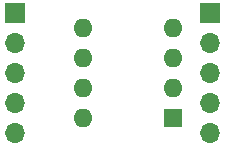
<source format=gbr>
%TF.GenerationSoftware,KiCad,Pcbnew,7.0.8*%
%TF.CreationDate,2025-03-02T18:31:22+01:00*%
%TF.ProjectId,a2keyboardToPCT-XT2AT,61326b65-7962-46f6-9172-64546f504354,rev?*%
%TF.SameCoordinates,Original*%
%TF.FileFunction,Soldermask,Top*%
%TF.FilePolarity,Negative*%
%FSLAX46Y46*%
G04 Gerber Fmt 4.6, Leading zero omitted, Abs format (unit mm)*
G04 Created by KiCad (PCBNEW 7.0.8) date 2025-03-02 18:31:22*
%MOMM*%
%LPD*%
G01*
G04 APERTURE LIST*
%ADD10O,1.700000X1.700000*%
%ADD11R,1.700000X1.700000*%
%ADD12R,1.600000X1.600000*%
%ADD13O,1.600000X1.600000*%
G04 APERTURE END LIST*
D10*
%TO.C,J2*%
X69215000Y-57150000D03*
X69215000Y-54610000D03*
X69215000Y-52070000D03*
X69215000Y-49530000D03*
D11*
X69215000Y-46990000D03*
%TD*%
D12*
%TO.C,U1*%
X66030000Y-55870000D03*
D13*
X66030000Y-53330000D03*
X66030000Y-50790000D03*
X66030000Y-48250000D03*
X58410000Y-48250000D03*
X58410000Y-50790000D03*
X58410000Y-53330000D03*
X58410000Y-55870000D03*
%TD*%
D10*
%TO.C,J1*%
X52730000Y-57150000D03*
X52730000Y-54610000D03*
X52730000Y-52070000D03*
X52730000Y-49530000D03*
D11*
X52730000Y-46990000D03*
%TD*%
M02*

</source>
